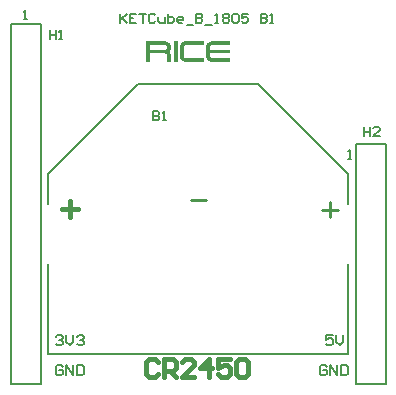
<source format=gbr>
%TF.GenerationSoftware,Altium Limited,Altium Designer,18.1.6 (161)*%
G04 Layer_Color=65535*
%FSLAX26Y26*%
%MOIN*%
%TF.FileFunction,Legend,Top*%
%TF.Part,Single*%
G01*
G75*
%TA.AperFunction,NonConductor*%
%ADD11C,0.007874*%
%ADD19C,0.008000*%
%ADD20C,0.015748*%
%ADD21C,0.010000*%
G36*
X732605Y1131580D02*
X671597D01*
X671105Y1131482D01*
X670514Y1131383D01*
X669727Y1131088D01*
X668940Y1130793D01*
X668054Y1130301D01*
X667169Y1129612D01*
X667070Y1129514D01*
X666874Y1129317D01*
X666480Y1128923D01*
X666086Y1128333D01*
X665693Y1127742D01*
X665299Y1126955D01*
X665102Y1126168D01*
X665004Y1125282D01*
Y1115836D01*
X732605D01*
Y1103142D01*
X665004D01*
Y1093598D01*
Y1093499D01*
Y1093302D01*
X665102Y1093007D01*
Y1092614D01*
X665398Y1091630D01*
X665890Y1090547D01*
X666283Y1089957D01*
X666775Y1089465D01*
X667267Y1088874D01*
X667956Y1088481D01*
X668842Y1088087D01*
X669727Y1087792D01*
X670810Y1087595D01*
X672089Y1087497D01*
X732605D01*
Y1075098D01*
X671302D01*
X670711Y1075197D01*
X670022Y1075295D01*
X669137Y1075394D01*
X668251Y1075492D01*
X667267Y1075787D01*
X665004Y1076378D01*
X662642Y1077263D01*
X661462Y1077854D01*
X660182Y1078542D01*
X659100Y1079330D01*
X657919Y1080215D01*
X657821Y1080314D01*
X657624Y1080412D01*
X657329Y1080707D01*
X657034Y1081199D01*
X656542Y1081691D01*
X656050Y1082282D01*
X655558Y1083069D01*
X654967Y1083856D01*
X653885Y1085824D01*
X652901Y1088087D01*
X652606Y1089366D01*
X652310Y1090646D01*
X652114Y1092122D01*
X652015Y1093598D01*
Y1125282D01*
Y1125381D01*
Y1125578D01*
Y1126070D01*
X652114Y1126562D01*
X652212Y1127250D01*
X652310Y1128038D01*
X652802Y1129809D01*
X653491Y1131875D01*
X653983Y1132958D01*
X654574Y1134040D01*
X655262Y1135122D01*
X656148Y1136303D01*
X657034Y1137287D01*
X658116Y1138370D01*
X658214Y1138468D01*
X658411Y1138566D01*
X658706Y1138862D01*
X659198Y1139255D01*
X659789Y1139649D01*
X660478Y1140141D01*
X661265Y1140633D01*
X662150Y1141125D01*
X664217Y1142109D01*
X666578Y1142994D01*
X669235Y1143683D01*
X670613Y1143782D01*
X672089Y1143880D01*
X732605D01*
Y1131580D01*
D02*
G37*
G36*
X645127D02*
X584119D01*
X583627Y1131482D01*
X583037Y1131383D01*
X582250Y1131088D01*
X581462Y1130793D01*
X580577Y1130301D01*
X579691Y1129612D01*
X579593Y1129514D01*
X579396Y1129317D01*
X579002Y1128923D01*
X578609Y1128333D01*
X578215Y1127742D01*
X577822Y1126955D01*
X577625Y1126168D01*
X577526Y1125282D01*
Y1093598D01*
Y1093499D01*
Y1093302D01*
X577625Y1093007D01*
Y1092614D01*
X577920Y1091630D01*
X578412Y1090547D01*
X578806Y1089957D01*
X579298Y1089465D01*
X579790Y1088874D01*
X580478Y1088481D01*
X581364Y1088087D01*
X582250Y1087792D01*
X583332Y1087595D01*
X584611Y1087497D01*
X645127D01*
Y1075098D01*
X583824D01*
X583234Y1075197D01*
X582545Y1075295D01*
X581659Y1075394D01*
X580774Y1075492D01*
X579790Y1075787D01*
X577526Y1076378D01*
X575165Y1077263D01*
X573984Y1077854D01*
X572705Y1078542D01*
X571622Y1079330D01*
X570442Y1080215D01*
X570343Y1080314D01*
X570146Y1080412D01*
X569851Y1080707D01*
X569556Y1081199D01*
X569064Y1081691D01*
X568572Y1082282D01*
X568080Y1083069D01*
X567490Y1083856D01*
X566407Y1085824D01*
X565423Y1088087D01*
X565128Y1089366D01*
X564833Y1090646D01*
X564636Y1092122D01*
X564538Y1093598D01*
Y1125282D01*
Y1125381D01*
Y1125578D01*
Y1126070D01*
X564636Y1126562D01*
X564734Y1127250D01*
X564833Y1128038D01*
X565325Y1129809D01*
X566014Y1131875D01*
X566506Y1132958D01*
X567096Y1134040D01*
X567785Y1135122D01*
X568670Y1136303D01*
X569556Y1137287D01*
X570638Y1138370D01*
X570737Y1138468D01*
X570934Y1138566D01*
X571229Y1138862D01*
X571721Y1139255D01*
X572311Y1139649D01*
X573000Y1140141D01*
X573787Y1140633D01*
X574673Y1141125D01*
X576739Y1142109D01*
X579101Y1142994D01*
X581758Y1143683D01*
X583135Y1143782D01*
X584611Y1143880D01*
X645127D01*
Y1131580D01*
D02*
G37*
G36*
X556370Y1075098D02*
X543382D01*
Y1143880D01*
X556370D01*
Y1075098D01*
D02*
G37*
G36*
X515239Y1143683D02*
X516026Y1143585D01*
X516814Y1143486D01*
X517798Y1143388D01*
X518782Y1143093D01*
X521045Y1142502D01*
X523406Y1141617D01*
X524686Y1141026D01*
X525866Y1140338D01*
X527047Y1139452D01*
X528130Y1138566D01*
X528228Y1138468D01*
X528425Y1138370D01*
X528720Y1138074D01*
X529015Y1137582D01*
X529507Y1137090D01*
X529999Y1136500D01*
X530491Y1135811D01*
X531082Y1134926D01*
X532164Y1133056D01*
X533148Y1130694D01*
X533443Y1129415D01*
X533738Y1128136D01*
X533935Y1126660D01*
X534034Y1125184D01*
Y1121543D01*
Y1121445D01*
Y1121248D01*
Y1120854D01*
X533935Y1120362D01*
X533837Y1119772D01*
X533738Y1119083D01*
X533443Y1117509D01*
X532754Y1115639D01*
X531869Y1113573D01*
X531278Y1112490D01*
X530590Y1111506D01*
X529802Y1110424D01*
X528917Y1109440D01*
X529015Y1109342D01*
X529114Y1109243D01*
X529409Y1108948D01*
X529704Y1108456D01*
X530098Y1107964D01*
X530491Y1107374D01*
X531475Y1105898D01*
X532459Y1104126D01*
X533246Y1102060D01*
X533837Y1099895D01*
X533935Y1098616D01*
X534034Y1097435D01*
Y1075098D01*
X521045D01*
Y1097337D01*
Y1097435D01*
Y1097829D01*
X520946Y1098321D01*
X520750Y1098911D01*
X520553Y1099600D01*
X520159Y1100289D01*
X519569Y1100978D01*
X518880Y1101568D01*
X518782Y1101666D01*
X518486Y1101765D01*
X518093Y1102060D01*
X517404Y1102355D01*
X516715Y1102552D01*
X515830Y1102847D01*
X514944Y1102946D01*
X513862Y1103044D01*
X466826D01*
Y1115738D01*
X514550D01*
X514944Y1115836D01*
X516125Y1116033D01*
X517502Y1116426D01*
X518782Y1117115D01*
X519372Y1117607D01*
X519962Y1118198D01*
X520356Y1118788D01*
X520750Y1119575D01*
X520946Y1120461D01*
X521045Y1121445D01*
Y1125184D01*
Y1125282D01*
Y1125479D01*
Y1125774D01*
X520946Y1126168D01*
X520651Y1127152D01*
X520159Y1128333D01*
X519766Y1128923D01*
X519274Y1129514D01*
X518683Y1130006D01*
X517994Y1130498D01*
X517207Y1130891D01*
X516223Y1131186D01*
X515141Y1131383D01*
X513862Y1131482D01*
X462890D01*
Y1075098D01*
X450000D01*
Y1143782D01*
X514649D01*
X515239Y1143683D01*
D02*
G37*
D11*
X1125000Y600000D02*
Y700000D01*
X825000Y1000000D02*
X1125000Y700000D01*
X425000Y1000000D02*
X825000D01*
X125000Y700000D02*
X425000Y1000000D01*
X125000Y600000D02*
Y700000D01*
Y100000D02*
Y400000D01*
Y100000D02*
X1125000D01*
Y400000D01*
X366142Y1236210D02*
Y1204724D01*
Y1215220D01*
X387132Y1236210D01*
X371389Y1220467D01*
X387132Y1204724D01*
X418618Y1236210D02*
X397628D01*
Y1204724D01*
X418618D01*
X397628Y1220467D02*
X408123D01*
X429113Y1236210D02*
X450104D01*
X439609D01*
Y1204724D01*
X481590Y1230963D02*
X476342Y1236210D01*
X465847D01*
X460599Y1230963D01*
Y1209972D01*
X465847Y1204724D01*
X476342D01*
X481590Y1209972D01*
X492085Y1225715D02*
Y1209972D01*
X497333Y1204724D01*
X513076D01*
Y1225715D01*
X523571Y1236210D02*
Y1204724D01*
X539314D01*
X544562Y1209972D01*
Y1215220D01*
Y1220467D01*
X539314Y1225715D01*
X523571D01*
X570800Y1204724D02*
X560305D01*
X555057Y1209972D01*
Y1220467D01*
X560305Y1225715D01*
X570800D01*
X576048Y1220467D01*
Y1215220D01*
X555057D01*
X586543Y1199477D02*
X607534D01*
X618029Y1236210D02*
Y1204724D01*
X633772D01*
X639019Y1209972D01*
Y1215220D01*
X633772Y1220467D01*
X618029D01*
X633772D01*
X639019Y1225715D01*
Y1230963D01*
X633772Y1236210D01*
X618029D01*
X649515Y1199477D02*
X670505D01*
X681001Y1204724D02*
X691496D01*
X686248D01*
Y1236210D01*
X681001Y1230963D01*
X707239D02*
X712487Y1236210D01*
X722982D01*
X728230Y1230963D01*
Y1225715D01*
X722982Y1220467D01*
X728230Y1215220D01*
Y1209972D01*
X722982Y1204724D01*
X712487D01*
X707239Y1209972D01*
Y1215220D01*
X712487Y1220467D01*
X707239Y1225715D01*
Y1230963D01*
X712487Y1220467D02*
X722982D01*
X738725Y1230963D02*
X743973Y1236210D01*
X754468D01*
X759716Y1230963D01*
Y1209972D01*
X754468Y1204724D01*
X743973D01*
X738725Y1209972D01*
Y1230963D01*
X791201Y1236210D02*
X770211D01*
Y1220467D01*
X780706Y1225715D01*
X785954D01*
X791201Y1220467D01*
Y1209972D01*
X785954Y1204724D01*
X775458D01*
X770211Y1209972D01*
X833183Y1236210D02*
Y1204724D01*
X848926D01*
X854173Y1209972D01*
Y1215220D01*
X848926Y1220467D01*
X833183D01*
X848926D01*
X854173Y1225715D01*
Y1230963D01*
X848926Y1236210D01*
X833183D01*
X864668Y1204724D02*
X875164D01*
X869916D01*
Y1236210D01*
X864668Y1230963D01*
X173614Y59518D02*
X167711Y65422D01*
X155904D01*
X150000Y59518D01*
Y35904D01*
X155904Y30000D01*
X167711D01*
X173614Y35904D01*
Y47711D01*
X161807D01*
X185422Y30000D02*
Y65422D01*
X209036Y30000D01*
Y65422D01*
X220843D02*
Y30000D01*
X238554D01*
X244458Y35904D01*
Y59518D01*
X238554Y65422D01*
X220843D01*
X150000Y159518D02*
X155904Y165422D01*
X167711D01*
X173614Y159518D01*
Y153614D01*
X167711Y147711D01*
X161807D01*
X167711D01*
X173614Y141807D01*
Y135904D01*
X167711Y130000D01*
X155904D01*
X150000Y135904D01*
X185422Y165422D02*
Y141807D01*
X197229Y130000D01*
X209036Y141807D01*
Y165422D01*
X220843Y159518D02*
X226747Y165422D01*
X238554D01*
X244458Y159518D01*
Y153614D01*
X238554Y147711D01*
X232650D01*
X238554D01*
X244458Y141807D01*
Y135904D01*
X238554Y130000D01*
X226747D01*
X220843Y135904D01*
X1073614Y165422D02*
X1050000D01*
Y147711D01*
X1061807Y153614D01*
X1067711D01*
X1073614Y147711D01*
Y135904D01*
X1067711Y130000D01*
X1055904D01*
X1050000Y135904D01*
X1085422Y165422D02*
Y141807D01*
X1097229Y130000D01*
X1109036Y141807D01*
Y165422D01*
X1053614Y59518D02*
X1047711Y65422D01*
X1035904D01*
X1030000Y59518D01*
Y35904D01*
X1035904Y30000D01*
X1047711D01*
X1053614Y35904D01*
Y47711D01*
X1041807D01*
X1065422Y30000D02*
Y65422D01*
X1089036Y30000D01*
Y65422D01*
X1100843D02*
Y30000D01*
X1118554D01*
X1124458Y35904D01*
Y59518D01*
X1118554Y65422D01*
X1100843D01*
X130002Y1181484D02*
Y1149998D01*
Y1165741D01*
X150992D01*
Y1181484D01*
Y1149998D01*
X161488D02*
X171983D01*
X166735D01*
Y1181484D01*
X161488Y1176237D01*
X1177165Y858258D02*
Y826772D01*
Y842515D01*
X1198156D01*
Y858258D01*
Y826772D01*
X1229642D02*
X1208651D01*
X1229642Y847762D01*
Y853010D01*
X1224394Y858258D01*
X1213899D01*
X1208651Y853010D01*
X475000Y911486D02*
Y880000D01*
X490743D01*
X495991Y885248D01*
Y890495D01*
X490743Y895743D01*
X475000D01*
X490743D01*
X495991Y900991D01*
Y906238D01*
X490743Y911486D01*
X475000D01*
X506486Y880000D02*
X516981D01*
X511734D01*
Y911486D01*
X506486Y906238D01*
D19*
X1150000Y0D02*
X1250000D01*
X1150000D02*
Y800000D01*
X1250000Y0D02*
Y800000D01*
X1150000Y799997D02*
X1250000Y800000D01*
X-2Y1199998D02*
X99998Y1200002D01*
Y2D02*
Y1200002D01*
X-2Y2D02*
Y1200002D01*
Y2D02*
X99998D01*
X1125984Y751968D02*
X1135981D01*
X1130983D01*
Y781959D01*
X1125984Y776960D01*
X43309Y1216534D02*
X53306D01*
X48307D01*
Y1246524D01*
X43309Y1241526D01*
D20*
X225000Y585643D02*
X172524D01*
X198762Y559404D02*
Y611881D01*
X489987Y74984D02*
X479990Y84981D01*
X459997D01*
X450000Y74984D01*
Y34997D01*
X459997Y25000D01*
X479990D01*
X489987Y34997D01*
X509981Y25000D02*
Y84981D01*
X539971D01*
X549968Y74984D01*
Y54990D01*
X539971Y44993D01*
X509981D01*
X529974D02*
X549968Y25000D01*
X609948D02*
X569961D01*
X609948Y64987D01*
Y74984D01*
X599952Y84981D01*
X579958D01*
X569961Y74984D01*
X659932Y25000D02*
Y84981D01*
X629942Y54990D01*
X669929D01*
X729909Y84981D02*
X689922D01*
Y54990D01*
X709916Y64987D01*
X719913D01*
X729909Y54990D01*
Y34997D01*
X719913Y25000D01*
X699919D01*
X689922Y34997D01*
X749903Y74984D02*
X759900Y84981D01*
X779893D01*
X789890Y74984D01*
Y34997D01*
X779893Y25000D01*
X759900D01*
X749903Y34997D01*
Y74984D01*
D21*
X1039370Y582664D02*
X1091847D01*
X1065608Y608903D02*
Y556426D01*
X600000Y614357D02*
X652476D01*
%TF.MD5,1457fe33f6c0849078b5ba70367fc945*%
M02*

</source>
